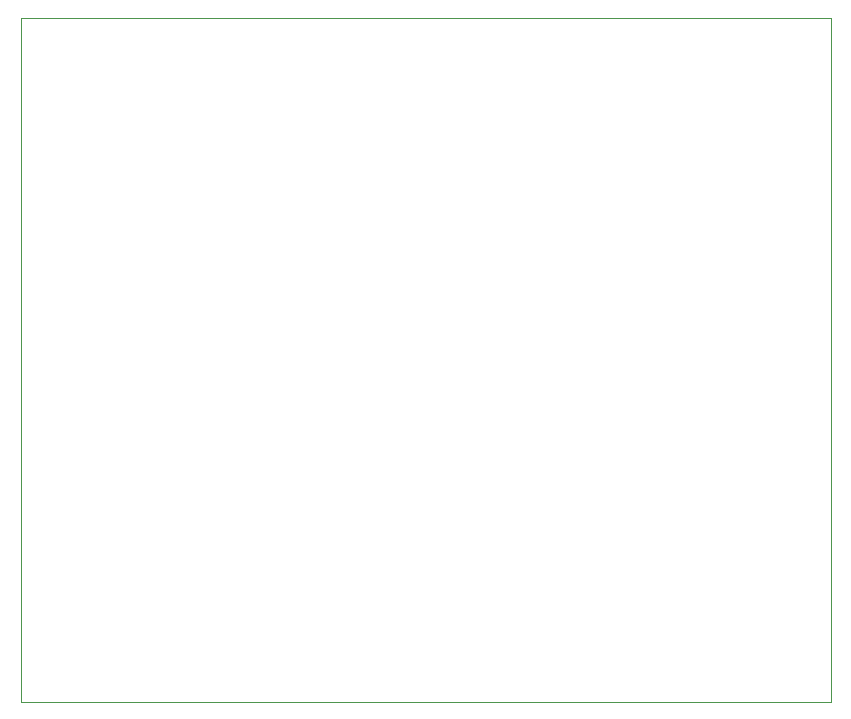
<source format=gm1>
%TF.GenerationSoftware,KiCad,Pcbnew,(6.0.0-0)*%
%TF.CreationDate,2022-05-15T09:39:36+01:00*%
%TF.ProjectId,example-lowpass-filter,6578616d-706c-4652-9d6c-6f7770617373,r01*%
%TF.SameCoordinates,Original*%
%TF.FileFunction,Profile,NP*%
%FSLAX46Y46*%
G04 Gerber Fmt 4.6, Leading zero omitted, Abs format (unit mm)*
G04 Created by KiCad (PCBNEW (6.0.0-0)) date 2022-05-15 09:39:36*
%MOMM*%
%LPD*%
G01*
G04 APERTURE LIST*
%TA.AperFunction,Profile*%
%ADD10C,0.050000*%
%TD*%
G04 APERTURE END LIST*
D10*
X161544000Y-107188000D02*
X161544000Y-49276000D01*
X161544000Y-49276000D02*
X92964000Y-49276000D01*
X92964000Y-107188000D02*
X161544000Y-107188000D01*
X92964000Y-49276000D02*
X92964000Y-107188000D01*
M02*

</source>
